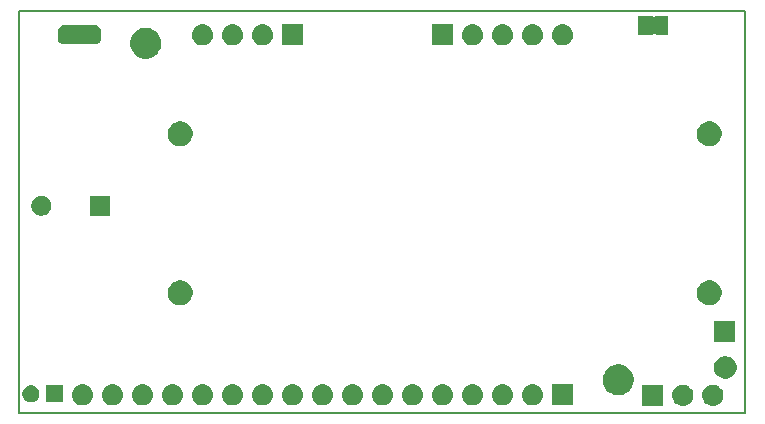
<source format=gbr>
G04 #@! TF.GenerationSoftware,KiCad,Pcbnew,(5.0.2)-1*
G04 #@! TF.CreationDate,2019-11-27T09:51:45+01:00*
G04 #@! TF.ProjectId,LoRa_Tracker,4c6f5261-5f54-4726-9163-6b65722e6b69,rev?*
G04 #@! TF.SameCoordinates,Original*
G04 #@! TF.FileFunction,Soldermask,Bot*
G04 #@! TF.FilePolarity,Negative*
%FSLAX46Y46*%
G04 Gerber Fmt 4.6, Leading zero omitted, Abs format (unit mm)*
G04 Created by KiCad (PCBNEW (5.0.2)-1) date 27.11.2019 09:51:45*
%MOMM*%
%LPD*%
G01*
G04 APERTURE LIST*
%ADD10C,0.200000*%
%ADD11C,0.100000*%
G04 APERTURE END LIST*
D10*
X191516000Y-109982000D02*
X191516000Y-144018000D01*
X130048000Y-144018000D02*
X191516000Y-144018000D01*
X130048000Y-109982000D02*
X130048000Y-144018000D01*
X130048000Y-109982000D02*
X191516000Y-109982000D01*
D11*
G36*
X188857843Y-141650319D02*
X188924027Y-141656837D01*
X189037253Y-141691184D01*
X189093867Y-141708357D01*
X189160214Y-141743821D01*
X189250391Y-141792022D01*
X189286129Y-141821352D01*
X189387586Y-141904614D01*
X189458487Y-141991009D01*
X189500178Y-142041809D01*
X189500179Y-142041811D01*
X189583843Y-142198333D01*
X189583843Y-142198334D01*
X189635363Y-142368173D01*
X189652759Y-142544800D01*
X189635363Y-142721427D01*
X189604522Y-142823095D01*
X189583843Y-142891267D01*
X189512698Y-143024368D01*
X189500178Y-143047791D01*
X189470848Y-143083529D01*
X189387586Y-143184986D01*
X189286129Y-143268248D01*
X189250391Y-143297578D01*
X189250389Y-143297579D01*
X189093867Y-143381243D01*
X189048515Y-143395000D01*
X188924027Y-143432763D01*
X188857842Y-143439282D01*
X188791660Y-143445800D01*
X188703140Y-143445800D01*
X188636958Y-143439282D01*
X188570773Y-143432763D01*
X188446285Y-143395000D01*
X188400933Y-143381243D01*
X188244411Y-143297579D01*
X188244409Y-143297578D01*
X188208671Y-143268248D01*
X188107214Y-143184986D01*
X188023952Y-143083529D01*
X187994622Y-143047791D01*
X187982102Y-143024368D01*
X187910957Y-142891267D01*
X187890278Y-142823095D01*
X187859437Y-142721427D01*
X187842041Y-142544800D01*
X187859437Y-142368173D01*
X187910957Y-142198334D01*
X187910957Y-142198333D01*
X187994621Y-142041811D01*
X187994622Y-142041809D01*
X188036313Y-141991009D01*
X188107214Y-141904614D01*
X188208671Y-141821352D01*
X188244409Y-141792022D01*
X188334586Y-141743821D01*
X188400933Y-141708357D01*
X188457547Y-141691184D01*
X188570773Y-141656837D01*
X188636957Y-141650319D01*
X188703140Y-141643800D01*
X188791660Y-141643800D01*
X188857843Y-141650319D01*
X188857843Y-141650319D01*
G37*
G36*
X186317843Y-141650319D02*
X186384027Y-141656837D01*
X186497253Y-141691184D01*
X186553867Y-141708357D01*
X186620214Y-141743821D01*
X186710391Y-141792022D01*
X186746129Y-141821352D01*
X186847586Y-141904614D01*
X186918487Y-141991009D01*
X186960178Y-142041809D01*
X186960179Y-142041811D01*
X187043843Y-142198333D01*
X187043843Y-142198334D01*
X187095363Y-142368173D01*
X187112759Y-142544800D01*
X187095363Y-142721427D01*
X187064522Y-142823095D01*
X187043843Y-142891267D01*
X186972698Y-143024368D01*
X186960178Y-143047791D01*
X186930848Y-143083529D01*
X186847586Y-143184986D01*
X186746129Y-143268248D01*
X186710391Y-143297578D01*
X186710389Y-143297579D01*
X186553867Y-143381243D01*
X186508515Y-143395000D01*
X186384027Y-143432763D01*
X186317842Y-143439282D01*
X186251660Y-143445800D01*
X186163140Y-143445800D01*
X186096958Y-143439282D01*
X186030773Y-143432763D01*
X185906285Y-143395000D01*
X185860933Y-143381243D01*
X185704411Y-143297579D01*
X185704409Y-143297578D01*
X185668671Y-143268248D01*
X185567214Y-143184986D01*
X185483952Y-143083529D01*
X185454622Y-143047791D01*
X185442102Y-143024368D01*
X185370957Y-142891267D01*
X185350278Y-142823095D01*
X185319437Y-142721427D01*
X185302041Y-142544800D01*
X185319437Y-142368173D01*
X185370957Y-142198334D01*
X185370957Y-142198333D01*
X185454621Y-142041811D01*
X185454622Y-142041809D01*
X185496313Y-141991009D01*
X185567214Y-141904614D01*
X185668671Y-141821352D01*
X185704409Y-141792022D01*
X185794586Y-141743821D01*
X185860933Y-141708357D01*
X185917547Y-141691184D01*
X186030773Y-141656837D01*
X186096957Y-141650319D01*
X186163140Y-141643800D01*
X186251660Y-141643800D01*
X186317843Y-141650319D01*
X186317843Y-141650319D01*
G37*
G36*
X184568400Y-143445800D02*
X182766400Y-143445800D01*
X182766400Y-141643800D01*
X184568400Y-141643800D01*
X184568400Y-143445800D01*
X184568400Y-143445800D01*
G37*
G36*
X176923000Y-143395000D02*
X175121000Y-143395000D01*
X175121000Y-141593000D01*
X176923000Y-141593000D01*
X176923000Y-143395000D01*
X176923000Y-143395000D01*
G37*
G36*
X155812443Y-141599519D02*
X155878627Y-141606037D01*
X155991853Y-141640384D01*
X156048467Y-141657557D01*
X156187087Y-141731652D01*
X156204991Y-141741222D01*
X156240729Y-141770552D01*
X156342186Y-141853814D01*
X156425448Y-141955271D01*
X156454778Y-141991009D01*
X156454779Y-141991011D01*
X156538443Y-142147533D01*
X156538443Y-142147534D01*
X156589963Y-142317373D01*
X156607359Y-142494000D01*
X156589963Y-142670627D01*
X156574553Y-142721427D01*
X156538443Y-142840467D01*
X156464348Y-142979087D01*
X156454778Y-142996991D01*
X156432311Y-143024367D01*
X156342186Y-143134186D01*
X156240729Y-143217448D01*
X156204991Y-143246778D01*
X156204989Y-143246779D01*
X156048467Y-143330443D01*
X155991853Y-143347616D01*
X155878627Y-143381963D01*
X155812443Y-143388481D01*
X155746260Y-143395000D01*
X155657740Y-143395000D01*
X155591557Y-143388481D01*
X155525373Y-143381963D01*
X155412147Y-143347616D01*
X155355533Y-143330443D01*
X155199011Y-143246779D01*
X155199009Y-143246778D01*
X155163271Y-143217448D01*
X155061814Y-143134186D01*
X154971689Y-143024367D01*
X154949222Y-142996991D01*
X154939652Y-142979087D01*
X154865557Y-142840467D01*
X154829447Y-142721427D01*
X154814037Y-142670627D01*
X154796641Y-142494000D01*
X154814037Y-142317373D01*
X154865557Y-142147534D01*
X154865557Y-142147533D01*
X154949221Y-141991011D01*
X154949222Y-141991009D01*
X154978552Y-141955271D01*
X155061814Y-141853814D01*
X155163271Y-141770552D01*
X155199009Y-141741222D01*
X155216913Y-141731652D01*
X155355533Y-141657557D01*
X155412147Y-141640384D01*
X155525373Y-141606037D01*
X155591557Y-141599519D01*
X155657740Y-141593000D01*
X155746260Y-141593000D01*
X155812443Y-141599519D01*
X155812443Y-141599519D01*
G37*
G36*
X158352443Y-141599519D02*
X158418627Y-141606037D01*
X158531853Y-141640384D01*
X158588467Y-141657557D01*
X158727087Y-141731652D01*
X158744991Y-141741222D01*
X158780729Y-141770552D01*
X158882186Y-141853814D01*
X158965448Y-141955271D01*
X158994778Y-141991009D01*
X158994779Y-141991011D01*
X159078443Y-142147533D01*
X159078443Y-142147534D01*
X159129963Y-142317373D01*
X159147359Y-142494000D01*
X159129963Y-142670627D01*
X159114553Y-142721427D01*
X159078443Y-142840467D01*
X159004348Y-142979087D01*
X158994778Y-142996991D01*
X158972311Y-143024367D01*
X158882186Y-143134186D01*
X158780729Y-143217448D01*
X158744991Y-143246778D01*
X158744989Y-143246779D01*
X158588467Y-143330443D01*
X158531853Y-143347616D01*
X158418627Y-143381963D01*
X158352443Y-143388481D01*
X158286260Y-143395000D01*
X158197740Y-143395000D01*
X158131557Y-143388481D01*
X158065373Y-143381963D01*
X157952147Y-143347616D01*
X157895533Y-143330443D01*
X157739011Y-143246779D01*
X157739009Y-143246778D01*
X157703271Y-143217448D01*
X157601814Y-143134186D01*
X157511689Y-143024367D01*
X157489222Y-142996991D01*
X157479652Y-142979087D01*
X157405557Y-142840467D01*
X157369447Y-142721427D01*
X157354037Y-142670627D01*
X157336641Y-142494000D01*
X157354037Y-142317373D01*
X157405557Y-142147534D01*
X157405557Y-142147533D01*
X157489221Y-141991011D01*
X157489222Y-141991009D01*
X157518552Y-141955271D01*
X157601814Y-141853814D01*
X157703271Y-141770552D01*
X157739009Y-141741222D01*
X157756913Y-141731652D01*
X157895533Y-141657557D01*
X157952147Y-141640384D01*
X158065373Y-141606037D01*
X158131557Y-141599519D01*
X158197740Y-141593000D01*
X158286260Y-141593000D01*
X158352443Y-141599519D01*
X158352443Y-141599519D01*
G37*
G36*
X160892443Y-141599519D02*
X160958627Y-141606037D01*
X161071853Y-141640384D01*
X161128467Y-141657557D01*
X161267087Y-141731652D01*
X161284991Y-141741222D01*
X161320729Y-141770552D01*
X161422186Y-141853814D01*
X161505448Y-141955271D01*
X161534778Y-141991009D01*
X161534779Y-141991011D01*
X161618443Y-142147533D01*
X161618443Y-142147534D01*
X161669963Y-142317373D01*
X161687359Y-142494000D01*
X161669963Y-142670627D01*
X161654553Y-142721427D01*
X161618443Y-142840467D01*
X161544348Y-142979087D01*
X161534778Y-142996991D01*
X161512311Y-143024367D01*
X161422186Y-143134186D01*
X161320729Y-143217448D01*
X161284991Y-143246778D01*
X161284989Y-143246779D01*
X161128467Y-143330443D01*
X161071853Y-143347616D01*
X160958627Y-143381963D01*
X160892443Y-143388481D01*
X160826260Y-143395000D01*
X160737740Y-143395000D01*
X160671557Y-143388481D01*
X160605373Y-143381963D01*
X160492147Y-143347616D01*
X160435533Y-143330443D01*
X160279011Y-143246779D01*
X160279009Y-143246778D01*
X160243271Y-143217448D01*
X160141814Y-143134186D01*
X160051689Y-143024367D01*
X160029222Y-142996991D01*
X160019652Y-142979087D01*
X159945557Y-142840467D01*
X159909447Y-142721427D01*
X159894037Y-142670627D01*
X159876641Y-142494000D01*
X159894037Y-142317373D01*
X159945557Y-142147534D01*
X159945557Y-142147533D01*
X160029221Y-141991011D01*
X160029222Y-141991009D01*
X160058552Y-141955271D01*
X160141814Y-141853814D01*
X160243271Y-141770552D01*
X160279009Y-141741222D01*
X160296913Y-141731652D01*
X160435533Y-141657557D01*
X160492147Y-141640384D01*
X160605373Y-141606037D01*
X160671557Y-141599519D01*
X160737740Y-141593000D01*
X160826260Y-141593000D01*
X160892443Y-141599519D01*
X160892443Y-141599519D01*
G37*
G36*
X163432443Y-141599519D02*
X163498627Y-141606037D01*
X163611853Y-141640384D01*
X163668467Y-141657557D01*
X163807087Y-141731652D01*
X163824991Y-141741222D01*
X163860729Y-141770552D01*
X163962186Y-141853814D01*
X164045448Y-141955271D01*
X164074778Y-141991009D01*
X164074779Y-141991011D01*
X164158443Y-142147533D01*
X164158443Y-142147534D01*
X164209963Y-142317373D01*
X164227359Y-142494000D01*
X164209963Y-142670627D01*
X164194553Y-142721427D01*
X164158443Y-142840467D01*
X164084348Y-142979087D01*
X164074778Y-142996991D01*
X164052311Y-143024367D01*
X163962186Y-143134186D01*
X163860729Y-143217448D01*
X163824991Y-143246778D01*
X163824989Y-143246779D01*
X163668467Y-143330443D01*
X163611853Y-143347616D01*
X163498627Y-143381963D01*
X163432443Y-143388481D01*
X163366260Y-143395000D01*
X163277740Y-143395000D01*
X163211557Y-143388481D01*
X163145373Y-143381963D01*
X163032147Y-143347616D01*
X162975533Y-143330443D01*
X162819011Y-143246779D01*
X162819009Y-143246778D01*
X162783271Y-143217448D01*
X162681814Y-143134186D01*
X162591689Y-143024367D01*
X162569222Y-142996991D01*
X162559652Y-142979087D01*
X162485557Y-142840467D01*
X162449447Y-142721427D01*
X162434037Y-142670627D01*
X162416641Y-142494000D01*
X162434037Y-142317373D01*
X162485557Y-142147534D01*
X162485557Y-142147533D01*
X162569221Y-141991011D01*
X162569222Y-141991009D01*
X162598552Y-141955271D01*
X162681814Y-141853814D01*
X162783271Y-141770552D01*
X162819009Y-141741222D01*
X162836913Y-141731652D01*
X162975533Y-141657557D01*
X163032147Y-141640384D01*
X163145373Y-141606037D01*
X163211557Y-141599519D01*
X163277740Y-141593000D01*
X163366260Y-141593000D01*
X163432443Y-141599519D01*
X163432443Y-141599519D01*
G37*
G36*
X165972443Y-141599519D02*
X166038627Y-141606037D01*
X166151853Y-141640384D01*
X166208467Y-141657557D01*
X166347087Y-141731652D01*
X166364991Y-141741222D01*
X166400729Y-141770552D01*
X166502186Y-141853814D01*
X166585448Y-141955271D01*
X166614778Y-141991009D01*
X166614779Y-141991011D01*
X166698443Y-142147533D01*
X166698443Y-142147534D01*
X166749963Y-142317373D01*
X166767359Y-142494000D01*
X166749963Y-142670627D01*
X166734553Y-142721427D01*
X166698443Y-142840467D01*
X166624348Y-142979087D01*
X166614778Y-142996991D01*
X166592311Y-143024367D01*
X166502186Y-143134186D01*
X166400729Y-143217448D01*
X166364991Y-143246778D01*
X166364989Y-143246779D01*
X166208467Y-143330443D01*
X166151853Y-143347616D01*
X166038627Y-143381963D01*
X165972443Y-143388481D01*
X165906260Y-143395000D01*
X165817740Y-143395000D01*
X165751557Y-143388481D01*
X165685373Y-143381963D01*
X165572147Y-143347616D01*
X165515533Y-143330443D01*
X165359011Y-143246779D01*
X165359009Y-143246778D01*
X165323271Y-143217448D01*
X165221814Y-143134186D01*
X165131689Y-143024367D01*
X165109222Y-142996991D01*
X165099652Y-142979087D01*
X165025557Y-142840467D01*
X164989447Y-142721427D01*
X164974037Y-142670627D01*
X164956641Y-142494000D01*
X164974037Y-142317373D01*
X165025557Y-142147534D01*
X165025557Y-142147533D01*
X165109221Y-141991011D01*
X165109222Y-141991009D01*
X165138552Y-141955271D01*
X165221814Y-141853814D01*
X165323271Y-141770552D01*
X165359009Y-141741222D01*
X165376913Y-141731652D01*
X165515533Y-141657557D01*
X165572147Y-141640384D01*
X165685373Y-141606037D01*
X165751557Y-141599519D01*
X165817740Y-141593000D01*
X165906260Y-141593000D01*
X165972443Y-141599519D01*
X165972443Y-141599519D01*
G37*
G36*
X168512443Y-141599519D02*
X168578627Y-141606037D01*
X168691853Y-141640384D01*
X168748467Y-141657557D01*
X168887087Y-141731652D01*
X168904991Y-141741222D01*
X168940729Y-141770552D01*
X169042186Y-141853814D01*
X169125448Y-141955271D01*
X169154778Y-141991009D01*
X169154779Y-141991011D01*
X169238443Y-142147533D01*
X169238443Y-142147534D01*
X169289963Y-142317373D01*
X169307359Y-142494000D01*
X169289963Y-142670627D01*
X169274553Y-142721427D01*
X169238443Y-142840467D01*
X169164348Y-142979087D01*
X169154778Y-142996991D01*
X169132311Y-143024367D01*
X169042186Y-143134186D01*
X168940729Y-143217448D01*
X168904991Y-143246778D01*
X168904989Y-143246779D01*
X168748467Y-143330443D01*
X168691853Y-143347616D01*
X168578627Y-143381963D01*
X168512443Y-143388481D01*
X168446260Y-143395000D01*
X168357740Y-143395000D01*
X168291557Y-143388481D01*
X168225373Y-143381963D01*
X168112147Y-143347616D01*
X168055533Y-143330443D01*
X167899011Y-143246779D01*
X167899009Y-143246778D01*
X167863271Y-143217448D01*
X167761814Y-143134186D01*
X167671689Y-143024367D01*
X167649222Y-142996991D01*
X167639652Y-142979087D01*
X167565557Y-142840467D01*
X167529447Y-142721427D01*
X167514037Y-142670627D01*
X167496641Y-142494000D01*
X167514037Y-142317373D01*
X167565557Y-142147534D01*
X167565557Y-142147533D01*
X167649221Y-141991011D01*
X167649222Y-141991009D01*
X167678552Y-141955271D01*
X167761814Y-141853814D01*
X167863271Y-141770552D01*
X167899009Y-141741222D01*
X167916913Y-141731652D01*
X168055533Y-141657557D01*
X168112147Y-141640384D01*
X168225373Y-141606037D01*
X168291557Y-141599519D01*
X168357740Y-141593000D01*
X168446260Y-141593000D01*
X168512443Y-141599519D01*
X168512443Y-141599519D01*
G37*
G36*
X171052443Y-141599519D02*
X171118627Y-141606037D01*
X171231853Y-141640384D01*
X171288467Y-141657557D01*
X171427087Y-141731652D01*
X171444991Y-141741222D01*
X171480729Y-141770552D01*
X171582186Y-141853814D01*
X171665448Y-141955271D01*
X171694778Y-141991009D01*
X171694779Y-141991011D01*
X171778443Y-142147533D01*
X171778443Y-142147534D01*
X171829963Y-142317373D01*
X171847359Y-142494000D01*
X171829963Y-142670627D01*
X171814553Y-142721427D01*
X171778443Y-142840467D01*
X171704348Y-142979087D01*
X171694778Y-142996991D01*
X171672311Y-143024367D01*
X171582186Y-143134186D01*
X171480729Y-143217448D01*
X171444991Y-143246778D01*
X171444989Y-143246779D01*
X171288467Y-143330443D01*
X171231853Y-143347616D01*
X171118627Y-143381963D01*
X171052443Y-143388481D01*
X170986260Y-143395000D01*
X170897740Y-143395000D01*
X170831557Y-143388481D01*
X170765373Y-143381963D01*
X170652147Y-143347616D01*
X170595533Y-143330443D01*
X170439011Y-143246779D01*
X170439009Y-143246778D01*
X170403271Y-143217448D01*
X170301814Y-143134186D01*
X170211689Y-143024367D01*
X170189222Y-142996991D01*
X170179652Y-142979087D01*
X170105557Y-142840467D01*
X170069447Y-142721427D01*
X170054037Y-142670627D01*
X170036641Y-142494000D01*
X170054037Y-142317373D01*
X170105557Y-142147534D01*
X170105557Y-142147533D01*
X170189221Y-141991011D01*
X170189222Y-141991009D01*
X170218552Y-141955271D01*
X170301814Y-141853814D01*
X170403271Y-141770552D01*
X170439009Y-141741222D01*
X170456913Y-141731652D01*
X170595533Y-141657557D01*
X170652147Y-141640384D01*
X170765373Y-141606037D01*
X170831557Y-141599519D01*
X170897740Y-141593000D01*
X170986260Y-141593000D01*
X171052443Y-141599519D01*
X171052443Y-141599519D01*
G37*
G36*
X173592443Y-141599519D02*
X173658627Y-141606037D01*
X173771853Y-141640384D01*
X173828467Y-141657557D01*
X173967087Y-141731652D01*
X173984991Y-141741222D01*
X174020729Y-141770552D01*
X174122186Y-141853814D01*
X174205448Y-141955271D01*
X174234778Y-141991009D01*
X174234779Y-141991011D01*
X174318443Y-142147533D01*
X174318443Y-142147534D01*
X174369963Y-142317373D01*
X174387359Y-142494000D01*
X174369963Y-142670627D01*
X174354553Y-142721427D01*
X174318443Y-142840467D01*
X174244348Y-142979087D01*
X174234778Y-142996991D01*
X174212311Y-143024367D01*
X174122186Y-143134186D01*
X174020729Y-143217448D01*
X173984991Y-143246778D01*
X173984989Y-143246779D01*
X173828467Y-143330443D01*
X173771853Y-143347616D01*
X173658627Y-143381963D01*
X173592443Y-143388481D01*
X173526260Y-143395000D01*
X173437740Y-143395000D01*
X173371557Y-143388481D01*
X173305373Y-143381963D01*
X173192147Y-143347616D01*
X173135533Y-143330443D01*
X172979011Y-143246779D01*
X172979009Y-143246778D01*
X172943271Y-143217448D01*
X172841814Y-143134186D01*
X172751689Y-143024367D01*
X172729222Y-142996991D01*
X172719652Y-142979087D01*
X172645557Y-142840467D01*
X172609447Y-142721427D01*
X172594037Y-142670627D01*
X172576641Y-142494000D01*
X172594037Y-142317373D01*
X172645557Y-142147534D01*
X172645557Y-142147533D01*
X172729221Y-141991011D01*
X172729222Y-141991009D01*
X172758552Y-141955271D01*
X172841814Y-141853814D01*
X172943271Y-141770552D01*
X172979009Y-141741222D01*
X172996913Y-141731652D01*
X173135533Y-141657557D01*
X173192147Y-141640384D01*
X173305373Y-141606037D01*
X173371557Y-141599519D01*
X173437740Y-141593000D01*
X173526260Y-141593000D01*
X173592443Y-141599519D01*
X173592443Y-141599519D01*
G37*
G36*
X153272443Y-141599519D02*
X153338627Y-141606037D01*
X153451853Y-141640384D01*
X153508467Y-141657557D01*
X153647087Y-141731652D01*
X153664991Y-141741222D01*
X153700729Y-141770552D01*
X153802186Y-141853814D01*
X153885448Y-141955271D01*
X153914778Y-141991009D01*
X153914779Y-141991011D01*
X153998443Y-142147533D01*
X153998443Y-142147534D01*
X154049963Y-142317373D01*
X154067359Y-142494000D01*
X154049963Y-142670627D01*
X154034553Y-142721427D01*
X153998443Y-142840467D01*
X153924348Y-142979087D01*
X153914778Y-142996991D01*
X153892311Y-143024367D01*
X153802186Y-143134186D01*
X153700729Y-143217448D01*
X153664991Y-143246778D01*
X153664989Y-143246779D01*
X153508467Y-143330443D01*
X153451853Y-143347616D01*
X153338627Y-143381963D01*
X153272443Y-143388481D01*
X153206260Y-143395000D01*
X153117740Y-143395000D01*
X153051557Y-143388481D01*
X152985373Y-143381963D01*
X152872147Y-143347616D01*
X152815533Y-143330443D01*
X152659011Y-143246779D01*
X152659009Y-143246778D01*
X152623271Y-143217448D01*
X152521814Y-143134186D01*
X152431689Y-143024367D01*
X152409222Y-142996991D01*
X152399652Y-142979087D01*
X152325557Y-142840467D01*
X152289447Y-142721427D01*
X152274037Y-142670627D01*
X152256641Y-142494000D01*
X152274037Y-142317373D01*
X152325557Y-142147534D01*
X152325557Y-142147533D01*
X152409221Y-141991011D01*
X152409222Y-141991009D01*
X152438552Y-141955271D01*
X152521814Y-141853814D01*
X152623271Y-141770552D01*
X152659009Y-141741222D01*
X152676913Y-141731652D01*
X152815533Y-141657557D01*
X152872147Y-141640384D01*
X152985373Y-141606037D01*
X153051557Y-141599519D01*
X153117740Y-141593000D01*
X153206260Y-141593000D01*
X153272443Y-141599519D01*
X153272443Y-141599519D01*
G37*
G36*
X143112443Y-141599519D02*
X143178627Y-141606037D01*
X143291853Y-141640384D01*
X143348467Y-141657557D01*
X143487087Y-141731652D01*
X143504991Y-141741222D01*
X143540729Y-141770552D01*
X143642186Y-141853814D01*
X143725448Y-141955271D01*
X143754778Y-141991009D01*
X143754779Y-141991011D01*
X143838443Y-142147533D01*
X143838443Y-142147534D01*
X143889963Y-142317373D01*
X143907359Y-142494000D01*
X143889963Y-142670627D01*
X143874553Y-142721427D01*
X143838443Y-142840467D01*
X143764348Y-142979087D01*
X143754778Y-142996991D01*
X143732311Y-143024367D01*
X143642186Y-143134186D01*
X143540729Y-143217448D01*
X143504991Y-143246778D01*
X143504989Y-143246779D01*
X143348467Y-143330443D01*
X143291853Y-143347616D01*
X143178627Y-143381963D01*
X143112443Y-143388481D01*
X143046260Y-143395000D01*
X142957740Y-143395000D01*
X142891557Y-143388481D01*
X142825373Y-143381963D01*
X142712147Y-143347616D01*
X142655533Y-143330443D01*
X142499011Y-143246779D01*
X142499009Y-143246778D01*
X142463271Y-143217448D01*
X142361814Y-143134186D01*
X142271689Y-143024367D01*
X142249222Y-142996991D01*
X142239652Y-142979087D01*
X142165557Y-142840467D01*
X142129447Y-142721427D01*
X142114037Y-142670627D01*
X142096641Y-142494000D01*
X142114037Y-142317373D01*
X142165557Y-142147534D01*
X142165557Y-142147533D01*
X142249221Y-141991011D01*
X142249222Y-141991009D01*
X142278552Y-141955271D01*
X142361814Y-141853814D01*
X142463271Y-141770552D01*
X142499009Y-141741222D01*
X142516913Y-141731652D01*
X142655533Y-141657557D01*
X142712147Y-141640384D01*
X142825373Y-141606037D01*
X142891557Y-141599519D01*
X142957740Y-141593000D01*
X143046260Y-141593000D01*
X143112443Y-141599519D01*
X143112443Y-141599519D01*
G37*
G36*
X140572443Y-141599519D02*
X140638627Y-141606037D01*
X140751853Y-141640384D01*
X140808467Y-141657557D01*
X140947087Y-141731652D01*
X140964991Y-141741222D01*
X141000729Y-141770552D01*
X141102186Y-141853814D01*
X141185448Y-141955271D01*
X141214778Y-141991009D01*
X141214779Y-141991011D01*
X141298443Y-142147533D01*
X141298443Y-142147534D01*
X141349963Y-142317373D01*
X141367359Y-142494000D01*
X141349963Y-142670627D01*
X141334553Y-142721427D01*
X141298443Y-142840467D01*
X141224348Y-142979087D01*
X141214778Y-142996991D01*
X141192311Y-143024367D01*
X141102186Y-143134186D01*
X141000729Y-143217448D01*
X140964991Y-143246778D01*
X140964989Y-143246779D01*
X140808467Y-143330443D01*
X140751853Y-143347616D01*
X140638627Y-143381963D01*
X140572443Y-143388481D01*
X140506260Y-143395000D01*
X140417740Y-143395000D01*
X140351557Y-143388481D01*
X140285373Y-143381963D01*
X140172147Y-143347616D01*
X140115533Y-143330443D01*
X139959011Y-143246779D01*
X139959009Y-143246778D01*
X139923271Y-143217448D01*
X139821814Y-143134186D01*
X139731689Y-143024367D01*
X139709222Y-142996991D01*
X139699652Y-142979087D01*
X139625557Y-142840467D01*
X139589447Y-142721427D01*
X139574037Y-142670627D01*
X139556641Y-142494000D01*
X139574037Y-142317373D01*
X139625557Y-142147534D01*
X139625557Y-142147533D01*
X139709221Y-141991011D01*
X139709222Y-141991009D01*
X139738552Y-141955271D01*
X139821814Y-141853814D01*
X139923271Y-141770552D01*
X139959009Y-141741222D01*
X139976913Y-141731652D01*
X140115533Y-141657557D01*
X140172147Y-141640384D01*
X140285373Y-141606037D01*
X140351557Y-141599519D01*
X140417740Y-141593000D01*
X140506260Y-141593000D01*
X140572443Y-141599519D01*
X140572443Y-141599519D01*
G37*
G36*
X138032443Y-141599519D02*
X138098627Y-141606037D01*
X138211853Y-141640384D01*
X138268467Y-141657557D01*
X138407087Y-141731652D01*
X138424991Y-141741222D01*
X138460729Y-141770552D01*
X138562186Y-141853814D01*
X138645448Y-141955271D01*
X138674778Y-141991009D01*
X138674779Y-141991011D01*
X138758443Y-142147533D01*
X138758443Y-142147534D01*
X138809963Y-142317373D01*
X138827359Y-142494000D01*
X138809963Y-142670627D01*
X138794553Y-142721427D01*
X138758443Y-142840467D01*
X138684348Y-142979087D01*
X138674778Y-142996991D01*
X138652311Y-143024367D01*
X138562186Y-143134186D01*
X138460729Y-143217448D01*
X138424991Y-143246778D01*
X138424989Y-143246779D01*
X138268467Y-143330443D01*
X138211853Y-143347616D01*
X138098627Y-143381963D01*
X138032443Y-143388481D01*
X137966260Y-143395000D01*
X137877740Y-143395000D01*
X137811557Y-143388481D01*
X137745373Y-143381963D01*
X137632147Y-143347616D01*
X137575533Y-143330443D01*
X137419011Y-143246779D01*
X137419009Y-143246778D01*
X137383271Y-143217448D01*
X137281814Y-143134186D01*
X137191689Y-143024367D01*
X137169222Y-142996991D01*
X137159652Y-142979087D01*
X137085557Y-142840467D01*
X137049447Y-142721427D01*
X137034037Y-142670627D01*
X137016641Y-142494000D01*
X137034037Y-142317373D01*
X137085557Y-142147534D01*
X137085557Y-142147533D01*
X137169221Y-141991011D01*
X137169222Y-141991009D01*
X137198552Y-141955271D01*
X137281814Y-141853814D01*
X137383271Y-141770552D01*
X137419009Y-141741222D01*
X137436913Y-141731652D01*
X137575533Y-141657557D01*
X137632147Y-141640384D01*
X137745373Y-141606037D01*
X137811557Y-141599519D01*
X137877740Y-141593000D01*
X137966260Y-141593000D01*
X138032443Y-141599519D01*
X138032443Y-141599519D01*
G37*
G36*
X135492443Y-141599519D02*
X135558627Y-141606037D01*
X135671853Y-141640384D01*
X135728467Y-141657557D01*
X135867087Y-141731652D01*
X135884991Y-141741222D01*
X135920729Y-141770552D01*
X136022186Y-141853814D01*
X136105448Y-141955271D01*
X136134778Y-141991009D01*
X136134779Y-141991011D01*
X136218443Y-142147533D01*
X136218443Y-142147534D01*
X136269963Y-142317373D01*
X136287359Y-142494000D01*
X136269963Y-142670627D01*
X136254553Y-142721427D01*
X136218443Y-142840467D01*
X136144348Y-142979087D01*
X136134778Y-142996991D01*
X136112311Y-143024367D01*
X136022186Y-143134186D01*
X135920729Y-143217448D01*
X135884991Y-143246778D01*
X135884989Y-143246779D01*
X135728467Y-143330443D01*
X135671853Y-143347616D01*
X135558627Y-143381963D01*
X135492443Y-143388481D01*
X135426260Y-143395000D01*
X135337740Y-143395000D01*
X135271557Y-143388481D01*
X135205373Y-143381963D01*
X135092147Y-143347616D01*
X135035533Y-143330443D01*
X134879011Y-143246779D01*
X134879009Y-143246778D01*
X134843271Y-143217448D01*
X134741814Y-143134186D01*
X134651689Y-143024367D01*
X134629222Y-142996991D01*
X134619652Y-142979087D01*
X134545557Y-142840467D01*
X134509447Y-142721427D01*
X134494037Y-142670627D01*
X134476641Y-142494000D01*
X134494037Y-142317373D01*
X134545557Y-142147534D01*
X134545557Y-142147533D01*
X134629221Y-141991011D01*
X134629222Y-141991009D01*
X134658552Y-141955271D01*
X134741814Y-141853814D01*
X134843271Y-141770552D01*
X134879009Y-141741222D01*
X134896913Y-141731652D01*
X135035533Y-141657557D01*
X135092147Y-141640384D01*
X135205373Y-141606037D01*
X135271557Y-141599519D01*
X135337740Y-141593000D01*
X135426260Y-141593000D01*
X135492443Y-141599519D01*
X135492443Y-141599519D01*
G37*
G36*
X150732443Y-141599519D02*
X150798627Y-141606037D01*
X150911853Y-141640384D01*
X150968467Y-141657557D01*
X151107087Y-141731652D01*
X151124991Y-141741222D01*
X151160729Y-141770552D01*
X151262186Y-141853814D01*
X151345448Y-141955271D01*
X151374778Y-141991009D01*
X151374779Y-141991011D01*
X151458443Y-142147533D01*
X151458443Y-142147534D01*
X151509963Y-142317373D01*
X151527359Y-142494000D01*
X151509963Y-142670627D01*
X151494553Y-142721427D01*
X151458443Y-142840467D01*
X151384348Y-142979087D01*
X151374778Y-142996991D01*
X151352311Y-143024367D01*
X151262186Y-143134186D01*
X151160729Y-143217448D01*
X151124991Y-143246778D01*
X151124989Y-143246779D01*
X150968467Y-143330443D01*
X150911853Y-143347616D01*
X150798627Y-143381963D01*
X150732443Y-143388481D01*
X150666260Y-143395000D01*
X150577740Y-143395000D01*
X150511557Y-143388481D01*
X150445373Y-143381963D01*
X150332147Y-143347616D01*
X150275533Y-143330443D01*
X150119011Y-143246779D01*
X150119009Y-143246778D01*
X150083271Y-143217448D01*
X149981814Y-143134186D01*
X149891689Y-143024367D01*
X149869222Y-142996991D01*
X149859652Y-142979087D01*
X149785557Y-142840467D01*
X149749447Y-142721427D01*
X149734037Y-142670627D01*
X149716641Y-142494000D01*
X149734037Y-142317373D01*
X149785557Y-142147534D01*
X149785557Y-142147533D01*
X149869221Y-141991011D01*
X149869222Y-141991009D01*
X149898552Y-141955271D01*
X149981814Y-141853814D01*
X150083271Y-141770552D01*
X150119009Y-141741222D01*
X150136913Y-141731652D01*
X150275533Y-141657557D01*
X150332147Y-141640384D01*
X150445373Y-141606037D01*
X150511557Y-141599519D01*
X150577740Y-141593000D01*
X150666260Y-141593000D01*
X150732443Y-141599519D01*
X150732443Y-141599519D01*
G37*
G36*
X148192443Y-141599519D02*
X148258627Y-141606037D01*
X148371853Y-141640384D01*
X148428467Y-141657557D01*
X148567087Y-141731652D01*
X148584991Y-141741222D01*
X148620729Y-141770552D01*
X148722186Y-141853814D01*
X148805448Y-141955271D01*
X148834778Y-141991009D01*
X148834779Y-141991011D01*
X148918443Y-142147533D01*
X148918443Y-142147534D01*
X148969963Y-142317373D01*
X148987359Y-142494000D01*
X148969963Y-142670627D01*
X148954553Y-142721427D01*
X148918443Y-142840467D01*
X148844348Y-142979087D01*
X148834778Y-142996991D01*
X148812311Y-143024367D01*
X148722186Y-143134186D01*
X148620729Y-143217448D01*
X148584991Y-143246778D01*
X148584989Y-143246779D01*
X148428467Y-143330443D01*
X148371853Y-143347616D01*
X148258627Y-143381963D01*
X148192443Y-143388481D01*
X148126260Y-143395000D01*
X148037740Y-143395000D01*
X147971557Y-143388481D01*
X147905373Y-143381963D01*
X147792147Y-143347616D01*
X147735533Y-143330443D01*
X147579011Y-143246779D01*
X147579009Y-143246778D01*
X147543271Y-143217448D01*
X147441814Y-143134186D01*
X147351689Y-143024367D01*
X147329222Y-142996991D01*
X147319652Y-142979087D01*
X147245557Y-142840467D01*
X147209447Y-142721427D01*
X147194037Y-142670627D01*
X147176641Y-142494000D01*
X147194037Y-142317373D01*
X147245557Y-142147534D01*
X147245557Y-142147533D01*
X147329221Y-141991011D01*
X147329222Y-141991009D01*
X147358552Y-141955271D01*
X147441814Y-141853814D01*
X147543271Y-141770552D01*
X147579009Y-141741222D01*
X147596913Y-141731652D01*
X147735533Y-141657557D01*
X147792147Y-141640384D01*
X147905373Y-141606037D01*
X147971557Y-141599519D01*
X148037740Y-141593000D01*
X148126260Y-141593000D01*
X148192443Y-141599519D01*
X148192443Y-141599519D01*
G37*
G36*
X145652443Y-141599519D02*
X145718627Y-141606037D01*
X145831853Y-141640384D01*
X145888467Y-141657557D01*
X146027087Y-141731652D01*
X146044991Y-141741222D01*
X146080729Y-141770552D01*
X146182186Y-141853814D01*
X146265448Y-141955271D01*
X146294778Y-141991009D01*
X146294779Y-141991011D01*
X146378443Y-142147533D01*
X146378443Y-142147534D01*
X146429963Y-142317373D01*
X146447359Y-142494000D01*
X146429963Y-142670627D01*
X146414553Y-142721427D01*
X146378443Y-142840467D01*
X146304348Y-142979087D01*
X146294778Y-142996991D01*
X146272311Y-143024367D01*
X146182186Y-143134186D01*
X146080729Y-143217448D01*
X146044991Y-143246778D01*
X146044989Y-143246779D01*
X145888467Y-143330443D01*
X145831853Y-143347616D01*
X145718627Y-143381963D01*
X145652443Y-143388481D01*
X145586260Y-143395000D01*
X145497740Y-143395000D01*
X145431557Y-143388481D01*
X145365373Y-143381963D01*
X145252147Y-143347616D01*
X145195533Y-143330443D01*
X145039011Y-143246779D01*
X145039009Y-143246778D01*
X145003271Y-143217448D01*
X144901814Y-143134186D01*
X144811689Y-143024367D01*
X144789222Y-142996991D01*
X144779652Y-142979087D01*
X144705557Y-142840467D01*
X144669447Y-142721427D01*
X144654037Y-142670627D01*
X144636641Y-142494000D01*
X144654037Y-142317373D01*
X144705557Y-142147534D01*
X144705557Y-142147533D01*
X144789221Y-141991011D01*
X144789222Y-141991009D01*
X144818552Y-141955271D01*
X144901814Y-141853814D01*
X145003271Y-141770552D01*
X145039009Y-141741222D01*
X145056913Y-141731652D01*
X145195533Y-141657557D01*
X145252147Y-141640384D01*
X145365373Y-141606037D01*
X145431557Y-141599519D01*
X145497740Y-141593000D01*
X145586260Y-141593000D01*
X145652443Y-141599519D01*
X145652443Y-141599519D01*
G37*
G36*
X131070191Y-141693901D02*
X131155521Y-141702305D01*
X131292372Y-141743819D01*
X131292374Y-141743820D01*
X131292377Y-141743821D01*
X131418496Y-141811232D01*
X131529043Y-141901957D01*
X131619768Y-142012504D01*
X131687179Y-142138623D01*
X131687180Y-142138626D01*
X131687181Y-142138628D01*
X131728695Y-142275479D01*
X131742712Y-142417800D01*
X131728695Y-142560121D01*
X131687181Y-142696972D01*
X131687179Y-142696977D01*
X131619768Y-142823096D01*
X131529043Y-142933643D01*
X131418496Y-143024368D01*
X131292377Y-143091779D01*
X131292374Y-143091780D01*
X131292372Y-143091781D01*
X131155521Y-143133295D01*
X131070191Y-143141699D01*
X131048860Y-143143800D01*
X130977540Y-143143800D01*
X130956209Y-143141699D01*
X130870879Y-143133295D01*
X130734028Y-143091781D01*
X130734026Y-143091780D01*
X130734023Y-143091779D01*
X130607904Y-143024368D01*
X130497357Y-142933643D01*
X130406632Y-142823096D01*
X130339221Y-142696977D01*
X130339219Y-142696972D01*
X130297705Y-142560121D01*
X130283688Y-142417800D01*
X130297705Y-142275479D01*
X130339219Y-142138628D01*
X130339220Y-142138626D01*
X130339221Y-142138623D01*
X130406632Y-142012504D01*
X130497357Y-141901957D01*
X130607904Y-141811232D01*
X130734023Y-141743821D01*
X130734026Y-141743820D01*
X130734028Y-141743819D01*
X130870879Y-141702305D01*
X130956209Y-141693901D01*
X130977540Y-141691800D01*
X131048860Y-141691800D01*
X131070191Y-141693901D01*
X131070191Y-141693901D01*
G37*
G36*
X133739200Y-143143800D02*
X132287200Y-143143800D01*
X132287200Y-141691800D01*
X133739200Y-141691800D01*
X133739200Y-143143800D01*
X133739200Y-143143800D01*
G37*
G36*
X181126685Y-139980996D02*
X181126687Y-139980997D01*
X181126688Y-139980997D01*
X181363455Y-140079069D01*
X181576542Y-140221449D01*
X181757751Y-140402658D01*
X181900131Y-140615745D01*
X181998204Y-140852515D01*
X182048200Y-141103861D01*
X182048200Y-141360139D01*
X181999288Y-141606037D01*
X181998203Y-141611488D01*
X181944466Y-141741221D01*
X181900131Y-141848255D01*
X181757751Y-142061342D01*
X181576542Y-142242551D01*
X181576539Y-142242553D01*
X181363455Y-142384931D01*
X181126688Y-142483003D01*
X181126687Y-142483003D01*
X181126685Y-142483004D01*
X180875339Y-142533000D01*
X180619061Y-142533000D01*
X180367715Y-142483004D01*
X180367713Y-142483003D01*
X180367712Y-142483003D01*
X180130945Y-142384931D01*
X179917861Y-142242553D01*
X179917858Y-142242551D01*
X179736649Y-142061342D01*
X179594269Y-141848255D01*
X179549934Y-141741221D01*
X179496197Y-141611488D01*
X179495113Y-141606037D01*
X179446200Y-141360139D01*
X179446200Y-141103861D01*
X179496196Y-140852515D01*
X179594269Y-140615745D01*
X179736649Y-140402658D01*
X179917858Y-140221449D01*
X180130945Y-140079069D01*
X180367712Y-139980997D01*
X180367713Y-139980997D01*
X180367715Y-139980996D01*
X180619061Y-139931000D01*
X180875339Y-139931000D01*
X181126685Y-139980996D01*
X181126685Y-139980996D01*
G37*
G36*
X190091596Y-139268146D02*
X190264666Y-139339834D01*
X190420430Y-139443912D01*
X190552888Y-139576370D01*
X190656966Y-139732134D01*
X190728654Y-139905204D01*
X190765200Y-140088933D01*
X190765200Y-140276267D01*
X190728654Y-140459996D01*
X190656966Y-140633066D01*
X190552888Y-140788830D01*
X190420430Y-140921288D01*
X190264666Y-141025366D01*
X190091596Y-141097054D01*
X189907867Y-141133600D01*
X189720533Y-141133600D01*
X189536804Y-141097054D01*
X189363734Y-141025366D01*
X189207970Y-140921288D01*
X189075512Y-140788830D01*
X188971434Y-140633066D01*
X188899746Y-140459996D01*
X188863200Y-140276267D01*
X188863200Y-140088933D01*
X188899746Y-139905204D01*
X188971434Y-139732134D01*
X189075512Y-139576370D01*
X189207970Y-139443912D01*
X189363734Y-139339834D01*
X189536804Y-139268146D01*
X189720533Y-139231600D01*
X189907867Y-139231600D01*
X190091596Y-139268146D01*
X190091596Y-139268146D01*
G37*
G36*
X190639000Y-138061000D02*
X188837000Y-138061000D01*
X188837000Y-136259000D01*
X190639000Y-136259000D01*
X190639000Y-138061000D01*
X190639000Y-138061000D01*
G37*
G36*
X188774565Y-132847389D02*
X188965834Y-132926615D01*
X189137976Y-133041637D01*
X189284363Y-133188024D01*
X189399385Y-133360166D01*
X189478611Y-133551435D01*
X189519000Y-133754484D01*
X189519000Y-133961516D01*
X189478611Y-134164565D01*
X189399385Y-134355834D01*
X189284363Y-134527976D01*
X189137976Y-134674363D01*
X188965834Y-134789385D01*
X188774565Y-134868611D01*
X188571516Y-134909000D01*
X188364484Y-134909000D01*
X188161435Y-134868611D01*
X187970166Y-134789385D01*
X187798024Y-134674363D01*
X187651637Y-134527976D01*
X187536615Y-134355834D01*
X187457389Y-134164565D01*
X187417000Y-133961516D01*
X187417000Y-133754484D01*
X187457389Y-133551435D01*
X187536615Y-133360166D01*
X187651637Y-133188024D01*
X187798024Y-133041637D01*
X187970166Y-132926615D01*
X188161435Y-132847389D01*
X188364484Y-132807000D01*
X188571516Y-132807000D01*
X188774565Y-132847389D01*
X188774565Y-132847389D01*
G37*
G36*
X143974565Y-132847389D02*
X144165834Y-132926615D01*
X144337976Y-133041637D01*
X144484363Y-133188024D01*
X144599385Y-133360166D01*
X144678611Y-133551435D01*
X144719000Y-133754484D01*
X144719000Y-133961516D01*
X144678611Y-134164565D01*
X144599385Y-134355834D01*
X144484363Y-134527976D01*
X144337976Y-134674363D01*
X144165834Y-134789385D01*
X143974565Y-134868611D01*
X143771516Y-134909000D01*
X143564484Y-134909000D01*
X143361435Y-134868611D01*
X143170166Y-134789385D01*
X142998024Y-134674363D01*
X142851637Y-134527976D01*
X142736615Y-134355834D01*
X142657389Y-134164565D01*
X142617000Y-133961516D01*
X142617000Y-133754484D01*
X142657389Y-133551435D01*
X142736615Y-133360166D01*
X142851637Y-133188024D01*
X142998024Y-133041637D01*
X143170166Y-132926615D01*
X143361435Y-132847389D01*
X143564484Y-132807000D01*
X143771516Y-132807000D01*
X143974565Y-132847389D01*
X143974565Y-132847389D01*
G37*
G36*
X132154228Y-125673703D02*
X132309100Y-125737853D01*
X132448481Y-125830985D01*
X132567015Y-125949519D01*
X132660147Y-126088900D01*
X132724297Y-126243772D01*
X132757000Y-126408184D01*
X132757000Y-126575816D01*
X132724297Y-126740228D01*
X132660147Y-126895100D01*
X132567015Y-127034481D01*
X132448481Y-127153015D01*
X132309100Y-127246147D01*
X132154228Y-127310297D01*
X131989816Y-127343000D01*
X131822184Y-127343000D01*
X131657772Y-127310297D01*
X131502900Y-127246147D01*
X131363519Y-127153015D01*
X131244985Y-127034481D01*
X131151853Y-126895100D01*
X131087703Y-126740228D01*
X131055000Y-126575816D01*
X131055000Y-126408184D01*
X131087703Y-126243772D01*
X131151853Y-126088900D01*
X131244985Y-125949519D01*
X131363519Y-125830985D01*
X131502900Y-125737853D01*
X131657772Y-125673703D01*
X131822184Y-125641000D01*
X131989816Y-125641000D01*
X132154228Y-125673703D01*
X132154228Y-125673703D01*
G37*
G36*
X137757000Y-127343000D02*
X136055000Y-127343000D01*
X136055000Y-125641000D01*
X137757000Y-125641000D01*
X137757000Y-127343000D01*
X137757000Y-127343000D01*
G37*
G36*
X143974565Y-119385389D02*
X144165834Y-119464615D01*
X144337976Y-119579637D01*
X144484363Y-119726024D01*
X144599385Y-119898166D01*
X144678611Y-120089435D01*
X144719000Y-120292484D01*
X144719000Y-120499516D01*
X144678611Y-120702565D01*
X144599385Y-120893834D01*
X144484363Y-121065976D01*
X144337976Y-121212363D01*
X144165834Y-121327385D01*
X143974565Y-121406611D01*
X143771516Y-121447000D01*
X143564484Y-121447000D01*
X143361435Y-121406611D01*
X143170166Y-121327385D01*
X142998024Y-121212363D01*
X142851637Y-121065976D01*
X142736615Y-120893834D01*
X142657389Y-120702565D01*
X142617000Y-120499516D01*
X142617000Y-120292484D01*
X142657389Y-120089435D01*
X142736615Y-119898166D01*
X142851637Y-119726024D01*
X142998024Y-119579637D01*
X143170166Y-119464615D01*
X143361435Y-119385389D01*
X143564484Y-119345000D01*
X143771516Y-119345000D01*
X143974565Y-119385389D01*
X143974565Y-119385389D01*
G37*
G36*
X188774565Y-119385389D02*
X188965834Y-119464615D01*
X189137976Y-119579637D01*
X189284363Y-119726024D01*
X189399385Y-119898166D01*
X189478611Y-120089435D01*
X189519000Y-120292484D01*
X189519000Y-120499516D01*
X189478611Y-120702565D01*
X189399385Y-120893834D01*
X189284363Y-121065976D01*
X189137976Y-121212363D01*
X188965834Y-121327385D01*
X188774565Y-121406611D01*
X188571516Y-121447000D01*
X188364484Y-121447000D01*
X188161435Y-121406611D01*
X187970166Y-121327385D01*
X187798024Y-121212363D01*
X187651637Y-121065976D01*
X187536615Y-120893834D01*
X187457389Y-120702565D01*
X187417000Y-120499516D01*
X187417000Y-120292484D01*
X187457389Y-120089435D01*
X187536615Y-119898166D01*
X187651637Y-119726024D01*
X187798024Y-119579637D01*
X187970166Y-119464615D01*
X188161435Y-119385389D01*
X188364484Y-119345000D01*
X188571516Y-119345000D01*
X188774565Y-119385389D01*
X188774565Y-119385389D01*
G37*
G36*
X141126685Y-111480996D02*
X141126687Y-111480997D01*
X141126688Y-111480997D01*
X141363455Y-111579069D01*
X141576542Y-111721449D01*
X141757751Y-111902658D01*
X141757753Y-111902661D01*
X141900131Y-112115745D01*
X141985982Y-112323007D01*
X141998204Y-112352515D01*
X142048200Y-112603861D01*
X142048200Y-112860139D01*
X141998204Y-113111485D01*
X141900131Y-113348255D01*
X141757751Y-113561342D01*
X141576542Y-113742551D01*
X141576539Y-113742553D01*
X141363455Y-113884931D01*
X141126688Y-113983003D01*
X141126687Y-113983003D01*
X141126685Y-113983004D01*
X140875339Y-114033000D01*
X140619061Y-114033000D01*
X140367715Y-113983004D01*
X140367713Y-113983003D01*
X140367712Y-113983003D01*
X140130945Y-113884931D01*
X139917861Y-113742553D01*
X139917858Y-113742551D01*
X139736649Y-113561342D01*
X139594269Y-113348255D01*
X139496196Y-113111485D01*
X139446200Y-112860139D01*
X139446200Y-112603861D01*
X139496196Y-112352515D01*
X139508419Y-112323007D01*
X139594269Y-112115745D01*
X139736647Y-111902661D01*
X139736649Y-111902658D01*
X139917858Y-111721449D01*
X140130945Y-111579069D01*
X140367712Y-111480997D01*
X140367713Y-111480997D01*
X140367715Y-111480996D01*
X140619061Y-111431000D01*
X140875339Y-111431000D01*
X141126685Y-111480996D01*
X141126685Y-111480996D01*
G37*
G36*
X150732443Y-111119519D02*
X150798627Y-111126037D01*
X150911853Y-111160384D01*
X150968467Y-111177557D01*
X151076435Y-111235268D01*
X151124991Y-111261222D01*
X151160729Y-111290552D01*
X151262186Y-111373814D01*
X151345448Y-111475271D01*
X151374778Y-111511009D01*
X151374779Y-111511011D01*
X151458443Y-111667533D01*
X151458443Y-111667534D01*
X151509963Y-111837373D01*
X151527359Y-112014000D01*
X151509963Y-112190627D01*
X151484673Y-112273998D01*
X151458443Y-112360467D01*
X151430237Y-112413236D01*
X151374778Y-112516991D01*
X151345448Y-112552729D01*
X151262186Y-112654186D01*
X151160729Y-112737448D01*
X151124991Y-112766778D01*
X151124989Y-112766779D01*
X150968467Y-112850443D01*
X150936503Y-112860139D01*
X150798627Y-112901963D01*
X150732442Y-112908482D01*
X150666260Y-112915000D01*
X150577740Y-112915000D01*
X150511558Y-112908482D01*
X150445373Y-112901963D01*
X150307497Y-112860139D01*
X150275533Y-112850443D01*
X150119011Y-112766779D01*
X150119009Y-112766778D01*
X150083271Y-112737448D01*
X149981814Y-112654186D01*
X149898552Y-112552729D01*
X149869222Y-112516991D01*
X149813763Y-112413236D01*
X149785557Y-112360467D01*
X149759327Y-112273998D01*
X149734037Y-112190627D01*
X149716641Y-112014000D01*
X149734037Y-111837373D01*
X149785557Y-111667534D01*
X149785557Y-111667533D01*
X149869221Y-111511011D01*
X149869222Y-111511009D01*
X149898552Y-111475271D01*
X149981814Y-111373814D01*
X150083271Y-111290552D01*
X150119009Y-111261222D01*
X150167565Y-111235268D01*
X150275533Y-111177557D01*
X150332147Y-111160384D01*
X150445373Y-111126037D01*
X150511557Y-111119519D01*
X150577740Y-111113000D01*
X150666260Y-111113000D01*
X150732443Y-111119519D01*
X150732443Y-111119519D01*
G37*
G36*
X148192443Y-111119519D02*
X148258627Y-111126037D01*
X148371853Y-111160384D01*
X148428467Y-111177557D01*
X148536435Y-111235268D01*
X148584991Y-111261222D01*
X148620729Y-111290552D01*
X148722186Y-111373814D01*
X148805448Y-111475271D01*
X148834778Y-111511009D01*
X148834779Y-111511011D01*
X148918443Y-111667533D01*
X148918443Y-111667534D01*
X148969963Y-111837373D01*
X148987359Y-112014000D01*
X148969963Y-112190627D01*
X148944673Y-112273998D01*
X148918443Y-112360467D01*
X148890237Y-112413236D01*
X148834778Y-112516991D01*
X148805448Y-112552729D01*
X148722186Y-112654186D01*
X148620729Y-112737448D01*
X148584991Y-112766778D01*
X148584989Y-112766779D01*
X148428467Y-112850443D01*
X148396503Y-112860139D01*
X148258627Y-112901963D01*
X148192442Y-112908482D01*
X148126260Y-112915000D01*
X148037740Y-112915000D01*
X147971558Y-112908482D01*
X147905373Y-112901963D01*
X147767497Y-112860139D01*
X147735533Y-112850443D01*
X147579011Y-112766779D01*
X147579009Y-112766778D01*
X147543271Y-112737448D01*
X147441814Y-112654186D01*
X147358552Y-112552729D01*
X147329222Y-112516991D01*
X147273763Y-112413236D01*
X147245557Y-112360467D01*
X147219327Y-112273998D01*
X147194037Y-112190627D01*
X147176641Y-112014000D01*
X147194037Y-111837373D01*
X147245557Y-111667534D01*
X147245557Y-111667533D01*
X147329221Y-111511011D01*
X147329222Y-111511009D01*
X147358552Y-111475271D01*
X147441814Y-111373814D01*
X147543271Y-111290552D01*
X147579009Y-111261222D01*
X147627565Y-111235268D01*
X147735533Y-111177557D01*
X147792147Y-111160384D01*
X147905373Y-111126037D01*
X147971557Y-111119519D01*
X148037740Y-111113000D01*
X148126260Y-111113000D01*
X148192443Y-111119519D01*
X148192443Y-111119519D01*
G37*
G36*
X154063000Y-112915000D02*
X152261000Y-112915000D01*
X152261000Y-111113000D01*
X154063000Y-111113000D01*
X154063000Y-112915000D01*
X154063000Y-112915000D01*
G37*
G36*
X166763000Y-112915000D02*
X164961000Y-112915000D01*
X164961000Y-111113000D01*
X166763000Y-111113000D01*
X166763000Y-112915000D01*
X166763000Y-112915000D01*
G37*
G36*
X173592443Y-111119519D02*
X173658627Y-111126037D01*
X173771853Y-111160384D01*
X173828467Y-111177557D01*
X173936435Y-111235268D01*
X173984991Y-111261222D01*
X174020729Y-111290552D01*
X174122186Y-111373814D01*
X174205448Y-111475271D01*
X174234778Y-111511009D01*
X174234779Y-111511011D01*
X174318443Y-111667533D01*
X174318443Y-111667534D01*
X174369963Y-111837373D01*
X174387359Y-112014000D01*
X174369963Y-112190627D01*
X174344673Y-112273998D01*
X174318443Y-112360467D01*
X174290237Y-112413236D01*
X174234778Y-112516991D01*
X174205448Y-112552729D01*
X174122186Y-112654186D01*
X174020729Y-112737448D01*
X173984991Y-112766778D01*
X173984989Y-112766779D01*
X173828467Y-112850443D01*
X173796503Y-112860139D01*
X173658627Y-112901963D01*
X173592442Y-112908482D01*
X173526260Y-112915000D01*
X173437740Y-112915000D01*
X173371558Y-112908482D01*
X173305373Y-112901963D01*
X173167497Y-112860139D01*
X173135533Y-112850443D01*
X172979011Y-112766779D01*
X172979009Y-112766778D01*
X172943271Y-112737448D01*
X172841814Y-112654186D01*
X172758552Y-112552729D01*
X172729222Y-112516991D01*
X172673763Y-112413236D01*
X172645557Y-112360467D01*
X172619327Y-112273998D01*
X172594037Y-112190627D01*
X172576641Y-112014000D01*
X172594037Y-111837373D01*
X172645557Y-111667534D01*
X172645557Y-111667533D01*
X172729221Y-111511011D01*
X172729222Y-111511009D01*
X172758552Y-111475271D01*
X172841814Y-111373814D01*
X172943271Y-111290552D01*
X172979009Y-111261222D01*
X173027565Y-111235268D01*
X173135533Y-111177557D01*
X173192147Y-111160384D01*
X173305373Y-111126037D01*
X173371557Y-111119519D01*
X173437740Y-111113000D01*
X173526260Y-111113000D01*
X173592443Y-111119519D01*
X173592443Y-111119519D01*
G37*
G36*
X176132443Y-111119519D02*
X176198627Y-111126037D01*
X176311853Y-111160384D01*
X176368467Y-111177557D01*
X176476435Y-111235268D01*
X176524991Y-111261222D01*
X176560729Y-111290552D01*
X176662186Y-111373814D01*
X176745448Y-111475271D01*
X176774778Y-111511009D01*
X176774779Y-111511011D01*
X176858443Y-111667533D01*
X176858443Y-111667534D01*
X176909963Y-111837373D01*
X176927359Y-112014000D01*
X176909963Y-112190627D01*
X176884673Y-112273998D01*
X176858443Y-112360467D01*
X176830237Y-112413236D01*
X176774778Y-112516991D01*
X176745448Y-112552729D01*
X176662186Y-112654186D01*
X176560729Y-112737448D01*
X176524991Y-112766778D01*
X176524989Y-112766779D01*
X176368467Y-112850443D01*
X176336503Y-112860139D01*
X176198627Y-112901963D01*
X176132442Y-112908482D01*
X176066260Y-112915000D01*
X175977740Y-112915000D01*
X175911558Y-112908482D01*
X175845373Y-112901963D01*
X175707497Y-112860139D01*
X175675533Y-112850443D01*
X175519011Y-112766779D01*
X175519009Y-112766778D01*
X175483271Y-112737448D01*
X175381814Y-112654186D01*
X175298552Y-112552729D01*
X175269222Y-112516991D01*
X175213763Y-112413236D01*
X175185557Y-112360467D01*
X175159327Y-112273998D01*
X175134037Y-112190627D01*
X175116641Y-112014000D01*
X175134037Y-111837373D01*
X175185557Y-111667534D01*
X175185557Y-111667533D01*
X175269221Y-111511011D01*
X175269222Y-111511009D01*
X175298552Y-111475271D01*
X175381814Y-111373814D01*
X175483271Y-111290552D01*
X175519009Y-111261222D01*
X175567565Y-111235268D01*
X175675533Y-111177557D01*
X175732147Y-111160384D01*
X175845373Y-111126037D01*
X175911557Y-111119519D01*
X175977740Y-111113000D01*
X176066260Y-111113000D01*
X176132443Y-111119519D01*
X176132443Y-111119519D01*
G37*
G36*
X145652443Y-111119519D02*
X145718627Y-111126037D01*
X145831853Y-111160384D01*
X145888467Y-111177557D01*
X145996435Y-111235268D01*
X146044991Y-111261222D01*
X146080729Y-111290552D01*
X146182186Y-111373814D01*
X146265448Y-111475271D01*
X146294778Y-111511009D01*
X146294779Y-111511011D01*
X146378443Y-111667533D01*
X146378443Y-111667534D01*
X146429963Y-111837373D01*
X146447359Y-112014000D01*
X146429963Y-112190627D01*
X146404673Y-112273998D01*
X146378443Y-112360467D01*
X146350237Y-112413236D01*
X146294778Y-112516991D01*
X146265448Y-112552729D01*
X146182186Y-112654186D01*
X146080729Y-112737448D01*
X146044991Y-112766778D01*
X146044989Y-112766779D01*
X145888467Y-112850443D01*
X145856503Y-112860139D01*
X145718627Y-112901963D01*
X145652442Y-112908482D01*
X145586260Y-112915000D01*
X145497740Y-112915000D01*
X145431558Y-112908482D01*
X145365373Y-112901963D01*
X145227497Y-112860139D01*
X145195533Y-112850443D01*
X145039011Y-112766779D01*
X145039009Y-112766778D01*
X145003271Y-112737448D01*
X144901814Y-112654186D01*
X144818552Y-112552729D01*
X144789222Y-112516991D01*
X144733763Y-112413236D01*
X144705557Y-112360467D01*
X144679327Y-112273998D01*
X144654037Y-112190627D01*
X144636641Y-112014000D01*
X144654037Y-111837373D01*
X144705557Y-111667534D01*
X144705557Y-111667533D01*
X144789221Y-111511011D01*
X144789222Y-111511009D01*
X144818552Y-111475271D01*
X144901814Y-111373814D01*
X145003271Y-111290552D01*
X145039009Y-111261222D01*
X145087565Y-111235268D01*
X145195533Y-111177557D01*
X145252147Y-111160384D01*
X145365373Y-111126037D01*
X145431557Y-111119519D01*
X145497740Y-111113000D01*
X145586260Y-111113000D01*
X145652443Y-111119519D01*
X145652443Y-111119519D01*
G37*
G36*
X171052443Y-111119519D02*
X171118627Y-111126037D01*
X171231853Y-111160384D01*
X171288467Y-111177557D01*
X171396435Y-111235268D01*
X171444991Y-111261222D01*
X171480729Y-111290552D01*
X171582186Y-111373814D01*
X171665448Y-111475271D01*
X171694778Y-111511009D01*
X171694779Y-111511011D01*
X171778443Y-111667533D01*
X171778443Y-111667534D01*
X171829963Y-111837373D01*
X171847359Y-112014000D01*
X171829963Y-112190627D01*
X171804673Y-112273998D01*
X171778443Y-112360467D01*
X171750237Y-112413236D01*
X171694778Y-112516991D01*
X171665448Y-112552729D01*
X171582186Y-112654186D01*
X171480729Y-112737448D01*
X171444991Y-112766778D01*
X171444989Y-112766779D01*
X171288467Y-112850443D01*
X171256503Y-112860139D01*
X171118627Y-112901963D01*
X171052442Y-112908482D01*
X170986260Y-112915000D01*
X170897740Y-112915000D01*
X170831558Y-112908482D01*
X170765373Y-112901963D01*
X170627497Y-112860139D01*
X170595533Y-112850443D01*
X170439011Y-112766779D01*
X170439009Y-112766778D01*
X170403271Y-112737448D01*
X170301814Y-112654186D01*
X170218552Y-112552729D01*
X170189222Y-112516991D01*
X170133763Y-112413236D01*
X170105557Y-112360467D01*
X170079327Y-112273998D01*
X170054037Y-112190627D01*
X170036641Y-112014000D01*
X170054037Y-111837373D01*
X170105557Y-111667534D01*
X170105557Y-111667533D01*
X170189221Y-111511011D01*
X170189222Y-111511009D01*
X170218552Y-111475271D01*
X170301814Y-111373814D01*
X170403271Y-111290552D01*
X170439009Y-111261222D01*
X170487565Y-111235268D01*
X170595533Y-111177557D01*
X170652147Y-111160384D01*
X170765373Y-111126037D01*
X170831557Y-111119519D01*
X170897740Y-111113000D01*
X170986260Y-111113000D01*
X171052443Y-111119519D01*
X171052443Y-111119519D01*
G37*
G36*
X168512443Y-111119519D02*
X168578627Y-111126037D01*
X168691853Y-111160384D01*
X168748467Y-111177557D01*
X168856435Y-111235268D01*
X168904991Y-111261222D01*
X168940729Y-111290552D01*
X169042186Y-111373814D01*
X169125448Y-111475271D01*
X169154778Y-111511009D01*
X169154779Y-111511011D01*
X169238443Y-111667533D01*
X169238443Y-111667534D01*
X169289963Y-111837373D01*
X169307359Y-112014000D01*
X169289963Y-112190627D01*
X169264673Y-112273998D01*
X169238443Y-112360467D01*
X169210237Y-112413236D01*
X169154778Y-112516991D01*
X169125448Y-112552729D01*
X169042186Y-112654186D01*
X168940729Y-112737448D01*
X168904991Y-112766778D01*
X168904989Y-112766779D01*
X168748467Y-112850443D01*
X168716503Y-112860139D01*
X168578627Y-112901963D01*
X168512442Y-112908482D01*
X168446260Y-112915000D01*
X168357740Y-112915000D01*
X168291558Y-112908482D01*
X168225373Y-112901963D01*
X168087497Y-112860139D01*
X168055533Y-112850443D01*
X167899011Y-112766779D01*
X167899009Y-112766778D01*
X167863271Y-112737448D01*
X167761814Y-112654186D01*
X167678552Y-112552729D01*
X167649222Y-112516991D01*
X167593763Y-112413236D01*
X167565557Y-112360467D01*
X167539327Y-112273998D01*
X167514037Y-112190627D01*
X167496641Y-112014000D01*
X167514037Y-111837373D01*
X167565557Y-111667534D01*
X167565557Y-111667533D01*
X167649221Y-111511011D01*
X167649222Y-111511009D01*
X167678552Y-111475271D01*
X167761814Y-111373814D01*
X167863271Y-111290552D01*
X167899009Y-111261222D01*
X167947565Y-111235268D01*
X168055533Y-111177557D01*
X168112147Y-111160384D01*
X168225373Y-111126037D01*
X168291557Y-111119519D01*
X168357740Y-111113000D01*
X168446260Y-111113000D01*
X168512443Y-111119519D01*
X168512443Y-111119519D01*
G37*
G36*
X134387999Y-111213737D02*
X134402534Y-111218147D01*
X134415717Y-111223607D01*
X134439751Y-111228387D01*
X134464255Y-111228387D01*
X134488288Y-111223606D01*
X134510927Y-111214228D01*
X134512765Y-111213000D01*
X135744053Y-111213000D01*
X135756165Y-111219474D01*
X135779614Y-111226587D01*
X135804000Y-111228989D01*
X135828386Y-111226587D01*
X135846564Y-111220083D01*
X135846608Y-111220227D01*
X135868001Y-111213737D01*
X135884140Y-111212148D01*
X136421860Y-111212148D01*
X136440198Y-111213954D01*
X136452450Y-111214556D01*
X136470869Y-111214556D01*
X136493149Y-111216750D01*
X136577236Y-111233476D01*
X136598655Y-111239974D01*
X136677871Y-111272785D01*
X136697607Y-111283335D01*
X136768897Y-111330969D01*
X136786208Y-111345176D01*
X136846824Y-111405792D01*
X136861031Y-111423103D01*
X136908665Y-111494393D01*
X136919215Y-111514129D01*
X136952026Y-111593345D01*
X136958524Y-111614764D01*
X136975250Y-111698851D01*
X136977444Y-111721131D01*
X136977444Y-111739550D01*
X136978046Y-111751802D01*
X136979852Y-111770140D01*
X136979852Y-112257861D01*
X136978046Y-112276198D01*
X136977444Y-112288450D01*
X136977444Y-112306869D01*
X136975250Y-112329149D01*
X136958524Y-112413236D01*
X136952026Y-112434655D01*
X136919215Y-112513871D01*
X136908665Y-112533607D01*
X136861031Y-112604897D01*
X136846824Y-112622208D01*
X136786208Y-112682824D01*
X136768897Y-112697031D01*
X136697607Y-112744665D01*
X136677871Y-112755215D01*
X136598655Y-112788026D01*
X136577236Y-112794524D01*
X136493149Y-112811250D01*
X136470869Y-112813444D01*
X136452450Y-112813444D01*
X136440198Y-112814046D01*
X136421861Y-112815852D01*
X135884140Y-112815852D01*
X135868001Y-112814263D01*
X135853466Y-112809853D01*
X135840283Y-112804393D01*
X135816249Y-112799613D01*
X135791745Y-112799613D01*
X135767712Y-112804394D01*
X135745073Y-112813772D01*
X135743235Y-112815000D01*
X134511947Y-112815000D01*
X134499835Y-112808526D01*
X134476386Y-112801413D01*
X134452000Y-112799011D01*
X134427614Y-112801413D01*
X134409436Y-112807917D01*
X134409392Y-112807773D01*
X134387999Y-112814263D01*
X134371860Y-112815852D01*
X133834139Y-112815852D01*
X133815802Y-112814046D01*
X133803550Y-112813444D01*
X133785131Y-112813444D01*
X133762851Y-112811250D01*
X133678764Y-112794524D01*
X133657345Y-112788026D01*
X133578129Y-112755215D01*
X133558393Y-112744665D01*
X133487103Y-112697031D01*
X133469792Y-112682824D01*
X133409176Y-112622208D01*
X133394969Y-112604897D01*
X133347335Y-112533607D01*
X133336785Y-112513871D01*
X133303974Y-112434655D01*
X133297476Y-112413236D01*
X133280750Y-112329149D01*
X133278556Y-112306869D01*
X133278556Y-112288450D01*
X133277954Y-112276198D01*
X133276148Y-112257861D01*
X133276148Y-111770140D01*
X133277954Y-111751802D01*
X133278556Y-111739550D01*
X133278556Y-111721131D01*
X133280750Y-111698851D01*
X133297476Y-111614764D01*
X133303974Y-111593345D01*
X133336785Y-111514129D01*
X133347335Y-111494393D01*
X133394969Y-111423103D01*
X133409176Y-111405792D01*
X133469792Y-111345176D01*
X133487103Y-111330969D01*
X133558393Y-111283335D01*
X133578129Y-111272785D01*
X133657345Y-111239974D01*
X133678764Y-111233476D01*
X133762851Y-111216750D01*
X133785131Y-111214556D01*
X133803550Y-111214556D01*
X133815802Y-111213954D01*
X133834140Y-111212148D01*
X134371860Y-111212148D01*
X134387999Y-111213737D01*
X134387999Y-111213737D01*
G37*
G36*
X183653199Y-110400937D02*
X183662811Y-110403853D01*
X183671669Y-110408588D01*
X183679437Y-110414963D01*
X183690084Y-110427936D01*
X183696246Y-110437159D01*
X183713573Y-110454487D01*
X183733947Y-110468101D01*
X183756586Y-110477479D01*
X183780619Y-110482261D01*
X183805123Y-110482261D01*
X183829157Y-110477482D01*
X183851796Y-110468105D01*
X183872171Y-110454492D01*
X183889499Y-110437165D01*
X183896383Y-110427873D01*
X183906921Y-110415005D01*
X183906925Y-110415001D01*
X183914684Y-110408619D01*
X183923539Y-110403874D01*
X183933150Y-110400948D01*
X183943200Y-110399953D01*
X183943266Y-110399953D01*
X183949375Y-110399348D01*
X184937060Y-110399348D01*
X184953199Y-110400937D01*
X184962811Y-110403853D01*
X184971669Y-110408588D01*
X184979437Y-110414963D01*
X184985812Y-110422731D01*
X184990547Y-110431589D01*
X184993463Y-110441201D01*
X184995052Y-110457340D01*
X184995052Y-111945060D01*
X184993463Y-111961199D01*
X184990547Y-111970811D01*
X184985812Y-111979669D01*
X184979437Y-111987437D01*
X184971669Y-111993812D01*
X184962811Y-111998547D01*
X184953199Y-112001463D01*
X184937060Y-112003052D01*
X183949340Y-112003052D01*
X183933201Y-112001463D01*
X183923589Y-111998547D01*
X183914731Y-111993812D01*
X183906986Y-111987456D01*
X183906963Y-111987437D01*
X183900560Y-111979627D01*
X183900527Y-111979578D01*
X183892716Y-111970050D01*
X183892686Y-111970075D01*
X183881343Y-111956226D01*
X183862417Y-111940662D01*
X183840818Y-111929089D01*
X183817376Y-111921952D01*
X183792992Y-111919526D01*
X183768603Y-111921904D01*
X183745147Y-111928993D01*
X183723524Y-111940523D01*
X183704567Y-111956050D01*
X183693876Y-111970434D01*
X183693600Y-111970207D01*
X183685784Y-111979711D01*
X183685781Y-111979716D01*
X183679399Y-111987475D01*
X183679395Y-111987479D01*
X183671628Y-111993840D01*
X183663743Y-111998044D01*
X183662800Y-111998547D01*
X183662760Y-111998568D01*
X183653118Y-112001482D01*
X183637088Y-112003052D01*
X182499340Y-112003052D01*
X182483201Y-112001463D01*
X182473589Y-111998547D01*
X182464731Y-111993812D01*
X182456963Y-111987437D01*
X182450588Y-111979669D01*
X182445853Y-111970811D01*
X182442937Y-111961199D01*
X182441348Y-111945060D01*
X182441348Y-110457340D01*
X182442937Y-110441201D01*
X182445853Y-110431589D01*
X182450588Y-110422731D01*
X182456963Y-110414963D01*
X182464731Y-110408588D01*
X182473589Y-110403853D01*
X182483201Y-110400937D01*
X182499340Y-110399348D01*
X183637060Y-110399348D01*
X183653199Y-110400937D01*
X183653199Y-110400937D01*
G37*
M02*

</source>
